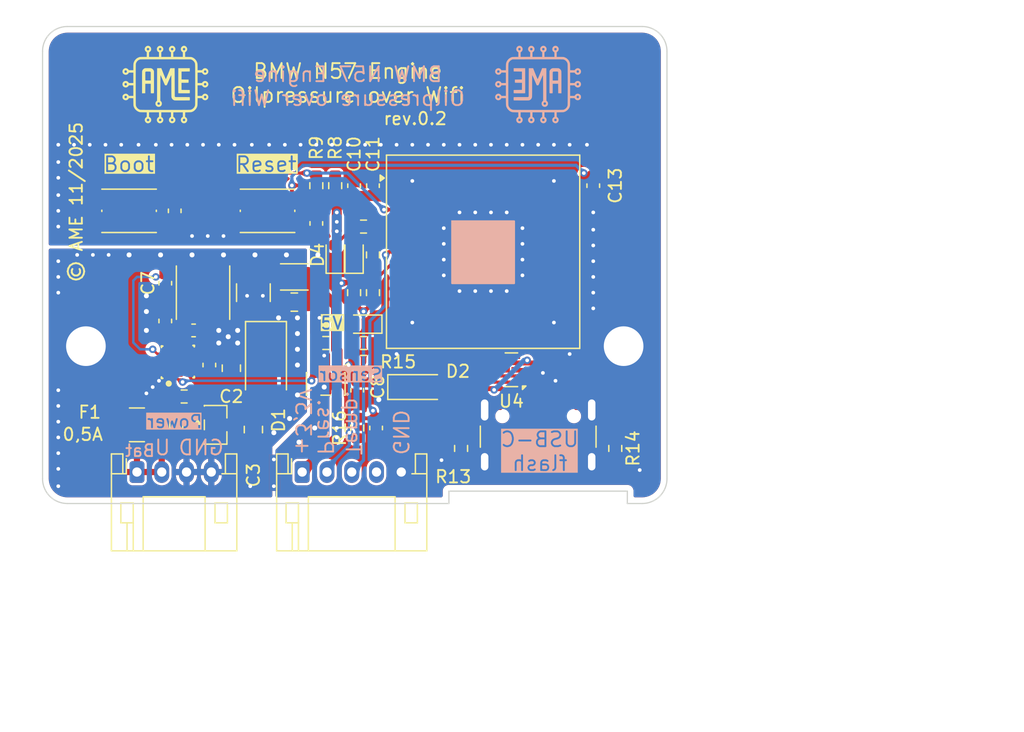
<source format=kicad_pcb>
(kicad_pcb (version 20241229) (generator "pcbnew") (generator_version "9.0")
  (title_block (title "N57 Oeldrucksensor over WiFi") (date "2025-11-10") (rev "rev 0.2") (comment 1 "Kleineingkeiten geändert 28.11.2025"))
  (layers (0 "F.Cu" signal) (2 "B.Cu" signal) (13 "F.Paste" user) (15 "B.Paste" user) (5 "F.SilkS" user "F.Silkscreen") (7 "B.SilkS" user "B.Silkscreen") (1 "F.Mask" user) (3 "B.Mask" user) (25 "Edge.Cuts" user))
  (net 0 "")
  (net 1 "+VIN_PROT")
  (net 2 "GND")
  (net 3 "/+5V_RAW")
  (net 4 "+5V")
  (net 5 "+3.3V")
  (net 6 "/ESP32/PRES_ADC")
  (net 7 "/ESP32/EN")
  (net 8 "/ESP32/USB_D+")
  (net 9 "VBUS")
  (net 10 "/ESP32/USB_D-")
  (net 11 "Net-(D4-A)")
  (net 12 "/ESP32/IO2")
  (net 13 "/ESP32/IO3")
  (net 14 "Net-(Q1-S)")
  (net 15 "/UBAT")
  (net 16 "PRES_SENSE")
  (net 17 "TEMP_DQ")
  (net 21 "Net-(J3-CC1)")
  (net 22 "Net-(J3-CC2)")
  (net 23 "Net-(Q1-G)")
  (net 24 "/PGOOD")
  (net 25 "Net-(U3-IO5)")
  (net 26 "/ESP32/pgm")
  (net 60 "Net-(D5-A)")
  (net 61 "Net-(U1-VCC)")
  (net 62 "Net-(U1-SW)")
  (net 63 "Net-(U1-BOOT)")
  (net 66 "Net-(D3-A)")
  (footprint "Capacitor_SMD:C_0603_1608Metric" (layer "F.Cu") (at 141.986 109.22 -90)
    (property "Reference" "C7")
    (property "Value" "100nF")
  )
  (footprint "Resistor_SMD:R_0603_1608Metric" (layer "F.Cu") (at 158.75 109.982 -90)
    (property "Reference" "R7" (hide yes))
    (property "Value" "100")
  )
  (footprint "Resistor_SMD:R_0603_1608Metric" (layer "F.Cu") (at 157.48 120.904 90)
    (property "Reference" "R16")
    (property "Value" "10K")
  )
  (footprint "MountingHole:MountingHole_3.2mm_M3_ISO7380_Pad" (layer "F.Cu") (at 135.58 114.3)
    (property "Reference" "H1" (hide yes))
    (property "Value" "MountingHole_Pad")
  )
  (footprint "Resistor_SMD:R_0603_1608Metric" (layer "F.Cu") (at 178.308 122.555 -90)
    (property "Reference" "R14")
    (property "Value" "5K11")
  )
  (footprint "Package_DFN_QFN:Diodes_UDFN-10_1.0x2.5mm_P0.5mm" (layer "F.Cu") (at 169.926 116.205 180)
    (property "Reference" "U4")
    (property "Value" "D3V3XA4B10LP")
  )
  (footprint "Fuse:Fuse_1210_3225Metric" (layer "F.Cu") (at 139.7 120.65 180)
    (property "Reference" "F1")
    (property "Value" "1210L050/30WR")
  )
  (footprint "Capacitor_SMD:C_0603_1608Metric" (layer "F.Cu") (at 176.53 101.346 90)
    (property "Reference" "C13")
    (property "Value" "100nF")
  )
  (footprint "Resistor_SMD:R_0603_1608Metric" (layer "F.Cu") (at 154.94 114.046 180)
    (property "Reference" "R2" (hide yes))
    (property "Value" "10K")
  )
  (footprint "Connector_JST:JST_PH_S4B-PH-K_1x04_P2.00mm_Horizontal" (layer "F.Cu") (at 139.7 124.46)
    (property "Reference" "J1" (hide yes))
    (property "Value" "Power")
  )
  (footprint "LED_SMD:LED_0603_1608Metric" (layer "F.Cu") (at 157.988 112.522 180)
    (property "Reference" "D3" (hide yes))
    (property "Value" "LED grün 5mA")
  )
  (footprint "Connector_USB:USB_C_Receptacle_GCT_USB4105-xx-A_16P_TopMnt_Horizontal" (layer "F.Cu") (at 172.085 122.555)
    (property "Reference" "J3" (hide yes))
    (property "Value" "GCT_USB4105")
  )
  (footprint "Resistor_SMD:R_0603_1608Metric" (layer "F.Cu") (at 155.702 101.346 90)
    (property "Reference" "R8")
    (property "Value" "10K")
  )
  (footprint "Diode_SMD:D_SOD-123" (layer "F.Cu") (at 162.306 117.602)
    (property "Reference" "D2")
    (property "Value" "STPS140ZY")
  )
  (footprint "MountingHole:MountingHole_3.2mm_M3_ISO7380_Pad" (layer "F.Cu") (at 178.98 114.3)
    (property "Reference" "H2" (hide yes))
    (property "Value" "MountingHole_Pad")
  )
  (footprint "Resistor_SMD:R_0603_1608Metric" (layer "F.Cu") (at 165.862 122.555 -90)
    (property "Reference" "R13")
    (property "Value" "5K11")
  )
  (footprint "Capacitor_SMD:C_0805_2012Metric" (layer "F.Cu") (at 149.098 121.031 -90)
    (property "Reference" "C3")
    (property "Value" "4,7uF/25V")
  )
  (footprint "Resistor_SMD:R_0603_1608Metric" (layer "F.Cu") (at 143.51 118.364 180)
    (property "Reference" "R5" (hide yes))
    (property "Value" "100K")
  )
  (footprint "myCoil:L_Coilcraft_XxL4040" (layer "F.Cu") (at 145.034 109.982 90)
    (property "Reference" "L1" (hide yes))
    (property "Value" "2.2µH")
  )
  (footprint "Resistor_SMD:R_0603_1608Metric" (layer "F.Cu") (at 157.988 114.046 180)
    (property "Reference" "R10" (hide yes))
    (property "Value" "620")
  )
  (footprint "Capacitor_SMD:C_0603_1608Metric" (layer "F.Cu") (at 159.004 120.904 -90)
    (property "Reference" "C15" (hide yes))
    (property "Value" "100nF")
  )
  (footprint "LED_SMD:LED_0603_1608Metric" (layer "F.Cu") (at 155.702 106.934 90)
    (property "Reference" "D4")
    (property "Value" "LED blue 5mA")
  )
  (footprint "Package_TO_SOT_SMD:SOT-23-3" (layer "F.Cu") (at 146.05 120.65)
    (property "Reference" "Q1" (hide yes))
    (property "Value" "PJA3441")
  )
  (footprint "LED_SMD:LED_0603_1608Metric" (layer "F.Cu") (at 157.226 106.934 90)
    (property "Reference" "D5" (hide yes))
    (property "Value" "LED yellow 5mA")
  )
  (footprint "Resistor_SMD:R_0603_1608Metric" (layer "F.Cu") (at 157.988 115.57)
    (property "Reference" "R15")
    (property "Value" "220")
  )
  (footprint "Capacitor_SMD:C_0805_2012Metric" (layer "F.Cu") (at 152.4 110.744 180)
    (property "Reference" "C9" (hide yes))
    (property "Value" "10uF / 10V")
  )
  (footprint "Capacitor_SMD:C_0603_1608Metric" (layer "F.Cu") (at 141.986 112.268 -90)
    (property "Reference" "C5" (hide yes))
    (property "Value" "1μF/16V")
  )
  (footprint "Resistor_SMD:R_0603_1608Metric" (layer "F.Cu") (at 158.75 106.934 -90)
    (property "Reference" "R12" (hide yes))
    (property "Value" "620")
  )
  (footprint "Capacitor_SMD:C_0603_1608Metric" (layer "F.Cu") (at 142.748 103.378 90)
    (property "Reference" "C14" (hide yes))
    (property "Value" "100nF")
  )
  (footprint "myFoodprints:LMR43610" (layer "F.Cu") (at 143.002 115.57 90)
    (property "Reference" "U1" (hide yes))
    (property "Value" "LMR43610MSC5RPERQ1")
  )
  (footprint "Connector_JST:JST_PH_S5B-PH-K_1x05_P2.00mm_Horizontal" (layer "F.Cu") (at 153.035 124.46)
    (property "Reference" "J2" (hide yes))
    (property "Value" "Sensor")
  )
  (footprint "Capacitor_SMD:C_0603_1608Metric" (layer "F.Cu") (at 158.75 101.346 90)
    (property "Reference" "C11")
    (property "Value" "100nF")
  )
  (footprint "Resistor_SMD:R_0603_1608Metric" (layer "F.Cu") (at 157.226 109.982 -90)
    (property "Reference" "R6" (hide yes))
    (property "Value" "4K7")
  )
  (footprint "Capacitor_SMD:C_0603_1608Metric" (layer "F.Cu") (at 157.48 117.856 -90)
    (property "Reference" "C8")
    (property "Value" "100nF")
  )
  (footprint "myFoodprints:SW_Push_1P1T_NO_Vertical_Wuerth_434133025816" (layer "F.Cu") (at 150.241 103.378 180)
    (property "Reference" "reset1" (hide yes))
    (property "Value" "SW1")
  )
  (footprint "Diode_SMD:D_SMA" (layer "F.Cu") (at 150.114 115.824 -90)
    (property "Reference" "D1")
    (property "Value" "SMAJ16CA")
  )
  (footprint "Resistor_SMD:R_0603_1608Metric" (layer "F.Cu") (at 157.988 104.648 180)
    (property "Reference" "R11" (hide yes))
    (property "Value" "470")
  )
  (footprint "Inductor_SMD:L_Eaton_MCL2012V1" (layer "F.Cu") (at 152.4 108.712)
    (property "Reference" "FB1" (hide yes))
    (property "Value" "0H 8mOHM 5A 782853200")
  )
  (footprint "Resistor_SMD:R_0603_1608Metric" (layer "F.Cu") (at 154.178 101.346 90)
    (property "Reference" "R9")
    (property "Value" "10K")
  )
  (footprint "myFoodprints:SW_Push_1P1T_NO_Vertical_Wuerth_434133025816" (layer "F.Cu") (at 139.065 103.378 180)
    (property "Reference" "Programm1" (hide yes))
    (property "Value" "SW2")
  )
  (footprint "Capacitor_SMD:C_1210_3225Metric" (layer "F.Cu") (at 149.098 109.982 -90)
    (property "Reference" "C6" (hide yes))
    (property "Value" "47µF/16V")
  )
  (footprint "ESP32 S3 Mini:ESP32-S2-MINI-1U" (layer "F.Cu") (at 167.64 106.68)
    (property "Reference" "U3" (hide yes))
    (property "Value" "ESP32-S3-MINI-1U-N4R2")
  )
  (footprint "Capacitor_SMD:C_0603_1608Metric" (layer "F.Cu") (at 144.272 113.03)
    (property "Reference" "C1" (hide yes))
    (property "Value" "100nF")
  )
  (footprint "AME-Logo:AME_logo_3_10mm" (layer "F.Cu") (at 141.986 93.218)
    (property "Reference" "G***" (hide yes))
    (property "Value" "LOGO" (hide yes))
  )
  (footprint "Capacitor_SMD:C_0603_1608Metric" (layer "F.Cu") (at 145.542 115.824 -90)
    (property "Reference" "C4" (hide yes))
    (property "Value" "100nF")
  )
  (footprint "Package_TO_SOT_SMD:SOT-23-5" (layer "F.Cu") (at 154.94 117.348 -90)
    (property "Reference" "U2" (hide yes))
    (property "Value" "AP7365-33WG-7")
  )
  (footprint "Capacitor_SMD:C_0805_2012Metric" (layer "F.Cu") (at 147.32 116.078 90)
    (property "Reference" "C2")
    (property "Value" "4,7uF/25V")
  )
  (footprint "Resistor_SMD:R_0603_1608Metric" (layer "F.Cu") (at 142.875 120.65 90)
    (property "Reference" "R3" (hide yes))
    (property "Value" "100K")
  )
  (footprint "Capacitor_SMD:C_0603_1608Metric" (layer "F.Cu") (at 154.178 104.394 90)
    (property "Reference" "C12" (hide yes))
    (property "Value" "1μF/16V")
  )
  (footprint "Capacitor_SMD:C_0603_1608Metric" (layer "F.Cu") (at 157.226 101.346 -90)
    (property "Reference" "C10")
    (property "Value" "22uF/10V")
  )
  (footprint "AME-Logo:AME_logo_3_10mm" (layer "B.Cu") (at 172.085 93.218 180)
    (property "Reference" "G***" (hide yes))
    (property "Value" "LOGO" (hide yes))
  )
  (gr_rect (start 165.14 104.22) (end 170.14 109.22) (stroke (width 0.153)) (fill yes) (layer "B.SilkS"))
  (gr_arc (start 182.48 125) (mid 181.894214 126.414214) (end 180.48 127) (stroke (width 0.1)) (layer "Edge.Cuts"))
  (gr_arc (start 132.08 90.5) (mid 132.665786 89.085786) (end 134.08 88.5) (stroke (width 0.1)) (layer "Edge.Cuts"))
  (gr_line (start 134.08 88.5) (end 180.48 88.5) (stroke (width 0.1)) (layer "Edge.Cuts"))
  (gr_line (start 179.28 127) (end 180.48 127) (stroke (width 0.1)) (layer "Edge.Cuts"))
  (gr_line (start 132.08 125) (end 132.08 90.5) (stroke (width 0.1)) (layer "Edge.Cuts"))
  (gr_arc (start 134.08 127) (mid 132.665786 126.414214) (end 132.08 125) (stroke (width 0.1)) (layer "Edge.Cuts"))
  (gr_line (start 164.88 126) (end 179.28 126) (stroke (width 0.1)) (layer "Edge.Cuts"))
  (gr_line (start 164.88 127) (end 164.88 126) (stroke (width 0.1)) (layer "Edge.Cuts"))
  (gr_line (start 164.88 127) (end 134.08 127) (stroke (width 0.1)) (layer "Edge.Cuts"))
  (gr_line (start 179.28 126) (end 179.28 127) (stroke (width 0.1)) (layer "Edge.Cuts"))
  (gr_line (start 182.48 90.5) (end 182.48 125) (stroke (width 0.1)) (layer "Edge.Cuts"))
  (gr_arc (start 180.48 88.5) (mid 181.894214 89.085786) (end 182.48 90.5) (stroke (width 0.1)) (layer "Edge.Cuts"))
  (gr_text "0,5A" (at 133.604 122.01 0) (layer "F.SilkS") (effects (font (size 1 1) (thickness 0.153)) (justify left bottom)))
  (gr_text "BMW N57 Engine\nOilpressure over Wifi" (at 156.718 94.742 0) (layer "F.SilkS") (effects (font (size 1.2 1.2) (thickness 0.153)) (justify bottom)))
  (gr_text "Boot" (at 136.906 100.33 0) (layer "F.SilkS" knockout) (effects (font (size 1.2 1.2) (thickness 0.153)) (justify left bottom)))
  (gr_text "rev.0.2" (at 159.512 96.52 0) (layer "F.SilkS") (effects (font (size 1 1) (thickness 0.153)) (justify left bottom)))
  (gr_text "© AME 11/2025" (at 135.382 109.22 90) (layer "F.SilkS") (effects (font (size 1 1) (thickness 0.153)) (justify left bottom)))
  (gr_text "Reset" (at 147.574 100.33 0) (layer "F.SilkS" knockout) (effects (font (size 1.2 1.2) (thickness 0.153)) (justify left bottom)))
  (gr_text "5V" (at 154.432 113.03 0) (layer "F.SilkS" knockout) (effects (font (size 1 1) (thickness 0.153)) (justify left bottom)))
  (gr_text "U_{Bat}	" (at 142.494 123.19 0) (layer "B.SilkS") (effects (font (size 1.2 1.2) (thickness 0.153)) (justify left bottom mirror)))
  (gr_text "GND\n" (at 146.812 123.19 0) (layer "B.SilkS") (effects (font (size 1.2 1.2) (thickness 0.153)) (justify left bottom mirror)))
  (gr_text "Temp." (at 156.464 123.19 270) (layer "B.SilkS") (effects (font (size 1.2 1.2) (thickness 0.153)) (justify left bottom mirror)))
  (gr_text "BMW N57 Engine\nOilpressure over Wifi" (at 156.718 94.996 0) (layer "B.SilkS") (effects (font (size 1.2 1.2) (thickness 0.153)) (justify bottom mirror)))
  (gr_text "+3,3V" (at 152.4 123.19 270) (layer "B.SilkS") (effects (font (size 1.2 1.2) (thickness 0.153)) (justify left bottom mirror)))
  (gr_text "Pres." (at 154.178 123.19 270) (layer "B.SilkS") (effects (font (size 1.2 1.2) (thickness 0.153)) (justify left bottom mirror)))
  (gr_text "USB-C\nflash" (at 172.212 124.46 0) (layer "B.SilkS" knockout) (effects (font (size 1.2 1.2) (thickness 0.153)) (justify bottom mirror)))
  (gr_text "GND\n" (at 160.274 123.19 270) (layer "B.SilkS") (effects (font (size 1.2 1.2) (thickness 0.153)) (justify left bottom mirror)))
  (segment (start 143.74 116.42) (end 143.328001 116.42) (width 0.2) (layer "F.Cu") (net 1))
  (segment (start 143.915 116.245) (end 143.74 116.42) (width 0.2) (layer "F.Cu") (net 1))
  (segment (start 143.328001 116.42) (end 143.278 116.470001) (width 0.2) (layer "F.Cu") (net 1))
  (via (at 133.35 108.712) (size 0.6) (drill 0.3) (layers "F.Cu" "B.Cu") (net 2))
  (via (at 167.005 103.505) (size 0.6) (drill 0.3) (layers "F.Cu" "B.Cu") (net 2))
  (via (at 133.35 100.711) (size 0.6) (drill 0.3) (layers "F.Cu" "B.Cu") (net 2))
  (via (at 150.749 121.285) (size 0.8) (drill 0.4) (layers "F.Cu" "B.Cu") (net 2))
  (via (at 141.478 117.094) (size 0.6) (drill 0.3) (layers "F.Cu" "B.Cu") (net 2))
  (via (at 152.654 112.014) (size 0.8) (drill 0.4) (layers "F.Cu" "B.Cu") (net 2))
  (via (at 169.545 103.505) (size 0.6) (drill 0.3) (layers "F.Cu" "B.Cu") (net 2))
  (via (at 146.304 98.044) (size 0.6) (drill 0.3) (layers "F.Cu" "B.Cu") (net 2))
  (via (at 134.874 106.934) (size 0.6) (drill 0.3) (layers "F.Cu" "B.Cu") (net 2))
  (via (at 145.415 105.41) (size 0.6) (drill 0.3) (layers "F.Cu" "B.Cu") (net 2))
  (via (at 133.35 124.206) (size 0.6) (drill 0.3) (layers "F.Cu" "B.Cu") (net 2))
  (via (at 141.605 106.934) (size 0.8) (drill 0.4) (layers "F.Cu" "B.Cu") (net 2))
  (via (at 173.355 98.044) (size 0.6) (drill 0.3) (layers "F.Cu" "B.Cu") (net 2))
  (via (at 164.465 104.775) (size 0.6) (drill 0.3) (layers "F.Cu" "B.Cu") (net 2))
  (via (at 164.465 108.585) (size 0.6) (drill 0.3) (layers "F.Cu" "B.Cu") (net 2))
  (via (at 146.685 105.41) (size 0.6) (drill 0.3) (layers "F.Cu" "B.Cu") (net 2))
  (via (at 172.085 98.044) (size 0.6) (drill 0.3) (layers "F.Cu" "B.Cu") (net 2))
  (via (at 147.828 113.03) (size 0.8) (drill 0.4) (layers "F.Cu" "B.Cu") (net 2))
  (via (at 141.224 98.044) (size 0.6) (drill 0.3) (layers "F.Cu" "B.Cu") (net 2))
  (via (at 147.066 113.538) (size 0.8) (drill 0.4) (layers "F.Cu" "B.Cu") (net 2))
  (via (at 133.35 122.936) (size 0.6) (drill 0.3) (layers "F.Cu" "B.Cu") (net 2))
  (via (at 176.53 103.505) (size 0.6) (drill 0.3) (layers "F.Cu" "B.Cu") (net 2))
  (via (at 154.432 112.014) (size 0.6) (drill 0.3) (layers "F.Cu" "B.Cu") (net 2))
  (via (at 170.815 98.044) (size 0.6) (drill 0.3) (layers "F.Cu" "B.Cu") (net 2))
  (via (at 133.35 104.648) (size 0.6) (drill 0.3) (layers "F.Cu" "B.Cu") (net 2))
  (via (at 148.844 125.603) (size 0.6) (drill 0.3) (layers "F.Cu" "B.Cu") (net 2))
  (via (at 169.545 109.855) (size 0.6) (drill 0.3) (layers "F.Cu" "B.Cu") (net 2))
  (via (at 133.35 98.044) (size 0.6) (drill 0.3) (layers "F.Cu" "B.Cu") (net 2))
  (via (at 139.065 106.934) (size 0.8) (drill 0.4) (layers "F.Cu" "B.Cu") (net 2))
  (via (at 133.35 120.396) (size 0.6) (drill 0.3) (layers "F.Cu" "B.Cu") (net 2))
  (via (at 170.815 106.045) (size 0.6) (drill 0.3) (layers "F.Cu" "B.Cu") (net 2))
  (via (at 170.815 107.315) (size 0.6) (drill 0.3) (layers "F.Cu" "B.Cu") (net 2))
  (via (at 135.89 98.044) (size 0.6) (drill 0.3) (layers "F.Cu" "B.Cu") (net 2))
  (via (at 150.749 125.603) (size 0.6) (drill 0.3) (layers "F.Cu" "B.Cu") (net 2))
  (via (at 148.59 110.236) (size 0.6) (drill 0.3) (layers "F.Cu" "B.Cu") (net 2))
  (via (at 158.115 98.044) (size 0.6) (drill 0.3) (layers "F.Cu" "B.Cu") (net 2))
  (via (at 176.53 111.252) (size 0.6) (drill 0.3) (layers "F.Cu" "B.Cu") (net 2))
  (via (at 151.765 106.934) (size 0.8) (drill 0.4) (layers "F.Cu" "B.Cu") (net 2))
  (via (at 168.275 103.505) (size 0.6) (drill 0.3) (layers "F.Cu" "B.Cu") (net 2))
  (via (at 173.355 100.965) (size 0.6) (drill 0.3) (layers "F.Cu" "B.Cu") (net 2))
  (via (at 146.685 106.934) (size 0.8) (drill 0.4) (layers "F.Cu" "B.Cu") (net 2))
  (via (at 151.13 112.014) (size 0.8) (drill 0.4) (layers "F.Cu" "B.Cu") (net 2))
  (via (at 164.465 106.045) (size 0.6) (drill 0.3) (layers "F.Cu" "B.Cu") (net 2))
  (via (at 167.005 109.855) (size 0.6) (drill 0.3) (layers "F.Cu" "B.Cu") (net 2))
  (via (at 164.465 98.044) (size 0.6) (drill 0.3) (layers "F.Cu" "B.Cu") (net 2))
  (via (at 167.005 98.044) (size 0.6) (drill 0.3) (layers "F.Cu" "B.Cu") (net 2))
  (via (at 180.28 124.3) (size 0.6) (drill 0.3) (layers "F.Cu" "B.Cu") (net 2))
  (via (at 155.448 98.044) (size 0.6) (drill 0.3) (layers "F.Cu" "B.Cu") (net 2))
  (via (at 146.304 114.046) (size 0.8) (drill 0.4) (layers "F.Cu" "B.Cu") (net 2))
  (via (at 133.35 125.603) (size 0.6) (drill 0.3) (layers "F.Cu" "B.Cu") (net 2))
  (via (at 142.494 98.044) (size 0.6) (drill 0.3) (layers "F.Cu" "B.Cu") (net 2))
  (via (at 170.815 104.775) (size 0.6) (drill 0.3) (layers "F.Cu" "B.Cu") (net 2))
  (via (at 176.53 109.982) (size 0.6) (drill 0.3) (layers "F.Cu" "B.Cu") (net 2))
  (via (at 154.813 115.062) (size 0.6) (drill 0.3) (layers "F.Cu" "B.Cu") (net 2))
  (via (at 176.53 104.902) (size 0.6) (drill 0.3) (layers "F.Cu" "B.Cu") (net 2))
  (via (at 148.971 98.044) (size 0.6) (drill 0.3) (layers "F.Cu" "B.Cu") (net 2))
  (via (at 145.034 98.044) (size 0.6) (drill 0.3) (layers "F.Cu" "B.Cu") (net 2))
  (via (at 144.145 106.934) (size 0.8) (drill 0.4) (layers "F.Cu" "B.Cu") (net 2))
  (via (at 159.221 118.618) (size 0.8) (drill 0.4) (layers "F.Cu" "B.Cu") (net 2))
  (via (at 152.654 115.824) (size 0.8) (drill 0.4) (layers "F.Cu" "B.Cu") (net 2))
  (via (at 152.654 113.284) (size 0.8) (drill 0.4) (layers "F.Cu" "B.Cu") (net 2))
  (via (at 133.35 121.666) (size 0.6) (drill 0.3) (layers "F.Cu" "B.Cu") (net 2))
  (via (at 169.545 98.044) (size 0.6) (drill 0.3) (layers "F.Cu" "B.Cu") (net 2))
  (via (at 140.462 110.236) (size 0.8) (drill 0.4) (layers "F.Cu" "B.Cu") (net 2))
  (via (at 168.275 109.855) (size 0.6) (drill 0.3) (layers "F.Cu" "B.Cu") (net 2))
  (via (at 140.97 117.602) (size 0.6) (drill 0.3) (layers "F.Cu" "B.Cu") (net 2))
  (via (at 172.466 116.459) (size 0.6) (drill 0.3) (layers "F.Cu" "B.Cu") (net 2))
  (via (at 137.16 98.044) (size 0.6) (drill 0.3) (layers "F.Cu" "B.Cu") (net 2))
  (via (at 149.86 110.236) (size 0.6) (drill 0.3) (layers "F.Cu" "B.Cu") (net 2))
  (via (at 159.385 98.044) (size 0.6) (drill 0.3) (layers "F.Cu" "B.Cu") (net 2))
  (via (at 156.718 98.044) (size 0.6) (drill 0.3) (layers "F.Cu" "B.Cu") (net 2))
  (via (at 160.655 98.044) (size 0.6) (drill 0.3) (layers "F.Cu" "B.Cu") (net 2))
  (via (at 137.414 106.934) (size 0.6) (drill 0.3) (layers "F.Cu" "B.Cu") (net 2))
  (via (at 154.051 120.904) (size 0.8) (drill 0.4) (layers "F.Cu" "B.Cu") (net 2))
  (via (at 133.35 107.442) (size 0.6) (drill 0.3) (layers "F.Cu" "B.Cu") (net 2))
  (via (at 150.749 123.444) (size 0.6) (drill 0.3) (layers "F.Cu" "B.Cu") (net 2))
  (via (at 161.925 98.044) (size 0.6) (drill 0.3) (layers "F.Cu" "B.Cu") (net 2))
  (via (at 168.275 98.044) (size 0.6) (drill 0.3) (layers "F.Cu" "B.Cu") (net 2))
  (via (at 140.462 111.506) (size 0.8) (drill 0.4) (layers "F.Cu" "B.Cu") (net 2))
  (via (at 138.43 98.044) (size 0.6) (drill 0.3) (layers "F.Cu" "B.Cu") (net 2))
  (via (at 143.764 98.044) (size 0.6) (drill 0.3) (layers "F.Cu" "B.Cu") (net 2))
  (via (at 144.145 105.41) (size 0.6) (drill 0.3) (layers "F.Cu" "B.Cu") (net 2))
  (via (at 133.35 119.126) (size 0.6) (drill 0.3) (layers "F.Cu" "B.Cu") (net 2))
  (via (at 170.815 108.585) (size 0.6) (drill 0.3) (layers "F.Cu" "B.Cu") (net 2))
  (via (at 152.019 120.142) (size 0.8) (drill 0.4) (layers "F.Cu" "B.Cu") (net 2))
  (via (at 164.28 123.5) (size 0.6) (drill 0.3) (layers "F.Cu" "B.Cu") (net 2))
  (via (at 147.828 114.046) (size 0.8) (drill 0.4) (layers "F.Cu" "B.Cu") (net 2))
  (via (at 136.144 106.934) (size 0.6) (drill 0.3) (layers "F.Cu" "B.Cu") (net 2))
  (via (at 139.827 98.044) (size 0.6) (drill 0.3) (layers "F.Cu" "B.Cu") (net 2))
  (via (at 176.53 106.172) (size 0.6) (drill 0.3) (layers "F.Cu" "B.Cu") (net 2))
  (via (at 133.35 109.982) (size 0.6) (drill 0.3) (layers "F.Cu" "B.Cu") (net 2))
  (via (at 163.195 98.044) (size 0.6) (drill 0.3) (layers "F.Cu" "B.Cu") (net 2))
  (via (at 161.925 112.395) (size 0.6) (drill 0.3) (layers "F.Cu" "B.Cu") (net 2))
  (via (at 164.465 107.315) (size 0.6) (drill 0.3) (layers "F.Cu" "B.Cu") (net 2))
  (via (at 133.35 102.108) (size 0.6) (drill 0.3) (layers "F.Cu" "B.Cu") (net 2))
  (via (at 147.574 98.044) (size 0.6) (drill 0.3) (layers "F.Cu" "B.Cu") (net 2))
  (via (at 152.654 118.237) (size 0.8) (drill 0.4) (layers "F.Cu" "B.Cu") (net 2))
  (via (at 152.908 98.044) (size 0.6) (drill 0.3) (layers "F.Cu" "B.Cu") (net 2))
  (via (at 154.178 98.044) (size 0.6) (drill 0.3) (layers "F.Cu" "B.Cu") (net 2))
  (via (at 140.462 113.03) (size 0.8) (drill 0.4) (layers "F.Cu" "B.Cu") (net 2))
  (via (at 133.35 117.856) (size 0.6) (drill 0.3) (layers "F.Cu" "B.Cu") (net 2))
  (via (at 150.368 98.044) (size 0.6) (drill 0.3) (layers "F.Cu" "B.Cu") (net 2))
  (via (at 134.62 98.044) (size 0.6) (drill 0.3) (layers "F.Cu" "B.Cu") (net 2))
  (via (at 152.654 114.554) (size 0.8) (drill 0.4) (layers "F.Cu" "B.Cu") (net 2))
  (via (at 140.462 118.11) (size 0.6) (drill 0.3) (layers "F.Cu" "B.Cu") (net 2))
  (via (at 133.35 99.441) (size 0.6) (drill 0.3) (layers "F.Cu" "B.Cu") (net 2))
  (via (at 174.625 114.935) (size 0.6) (drill 0.3) (layers "F.Cu" "B.Cu") (net 2))
  (via (at 165.735 98.044) (size 0.6) (drill 0.3) (layers "F.Cu" "B.Cu") (net 2))
  (via (at 173.482 117.094) (size 0.6) (drill 0.3) (layers "F.Cu" "B.Cu") (net 2))
  (via (at 176.022 98.044) (size 0.6) (drill 0.3) (layers "F.Cu" "B.Cu") (net 2))
  (via (at 160.655 114.935) (size 0.6) (drill 0.3) (layers "F.Cu" "B.Cu") (net 2))
  (via (at 154.813 117.602) (size 0.8) (drill 0.4) (layers "F.Cu" "B.Cu") (net 2))
  (via (at 152.781 122.047) (size 0.8) (drill 0.4) (layers "F.Cu" "B.Cu") (net 2))
  (via (at 176.53 108.712) (size 0.6) (drill 0.3) (layers "F.Cu" "B.Cu") (net 2))
  (via (at 161.925 100.965) (size 0.6) (drill 0.3) (layers "F.Cu" "B.Cu") (net 2))
  (via (at 133.35 103.378) (size 0.6) (drill 0.3) (layers "F.Cu" "B.Cu") (net 2))
  (via (at 165.735 103.505) (size 0.6) (drill 0.3) (layers "F.Cu" "B.Cu") (net 2))
  (via (at 173.355 112.395) (size 0.6) (drill 0.3) (layers "F.Cu" "B.Cu") (net 2))
  (via (at 174.625 98.044) (size 0.6) (drill 0.3) (layers "F.Cu" "B.Cu") (net 2))
  (via (at 176.53 107.442) (size 0.6) (drill 0.3) (layers "F.Cu" "B.Cu") (net 2))
  (via (at 151.638 98.044) (size 0.6) (drill 0.3) (layers "F.Cu" "B.Cu") (net 2))
  (via (at 154.305 106.934) (size 0.8) (drill 0.4) (layers "F.Cu" "B.Cu") (net 2))
  (via (at 165.735 109.855) (size 0.6) (drill 0.3) (layers "F.Cu" "B.Cu") (net 2))
  (via (at 149.225 106.934) (size 0.8) (drill 0.4) (layers "F.Cu" "B.Cu") (net 2))
  (via (at 146.304 113.03) (size 0.8) (drill 0.4) (layers "F.Cu" "B.Cu") (net 2))
  (segment (start 141.719 108.712) (end 141.986 108.445) (width 0.2) (layer "F.Cu") (net 3))
  (segment (start 145.034 108.797) (end 151.515 108.797) (width 0.6) (layer "F.Cu") (net 3))
  (segment (start 141.336 114.92) (end 142.0895 114.92) (width 0.2) (layer "F.Cu") (net 3))
  (segment (start 140.97 114.554) (end 141.336 114.92) (width 0.2) (layer "F.Cu") (net 3))
  (segment (start 142.875 108.966) (end 144.865 108.966) (width 0.6) (layer "F.Cu") (net 3))
  (segment (start 142.875 108.966) (end 142.507 108.966) (width 0.6) (layer "F.Cu") (net 3))
  (segment (start 141.224 108.712) (end 141.719 108.712) (width 0.2) (layer "F.Cu") (net 3))
  (segment (start 142.507 108.966) (end 141.986 108.445) (width 0.6) (layer "F.Cu") (net 3))
  (via (at 140.97 114.554) (size 0.6) (drill 0.3) (layers "F.Cu" "B.Cu") (net 3))
  (via (at 141.224 108.712) (size 0.6) (drill 0.3) (layers "F.Cu" "B.Cu") (net 3))
  (segment (start 139.407 109.005) (end 139.7 108.712) (width 0.2) (layer "B.Cu") (net 3))
  (segment (start 139.407 114.007) (end 139.407 109.005) (width 0.2) (layer "B.Cu") (net 3))
  (segment (start 140.97 114.554) (end 139.954 114.554) (width 0.2) (layer "B.Cu") (net 3))
  (segment (start 139.7 108.712) (end 141.224 108.712) (width 0.2) (layer "B.Cu") (net 3))
  (segment (start 139.954 114.554) (end 139.407 114.007) (width 0.2) (layer "B.Cu") (net 3))
  (segment (start 153.35 110.744) (end 153.35 109.982) (width 1) (layer "F.Cu") (net 4))
  (segment (start 154.686 109.982) (end 153.35 109.982) (width 0.8) (layer "F.Cu") (net 4))
  (segment (start 155.765 114.046) (end 155.765 111.061) (width 0.8) (layer "F.Cu") (net 4))
  (segment (start 153.35 108.862) (end 153.2 108.712) (width 1) (layer "F.Cu") (net 4))
  (segment (start 156.416793 116.725) (end 156.277793 116.586) (width 0.8) (layer "F.Cu") (net 4))
  (segment (start 156.2655 116.586) (end 155.89 116.2105) (width 0.8) (layer "F.Cu") (net 4))
  (segment (start 159.512 117.222) (end 157.621 117.222) (width 0.8) (layer "F.Cu") (net 4))
  (segment (start 155.765 114.554) (end 155.765 114.046) (width 0.8) (layer "F.Cu") (net 4))
  (segment (start 157.48 117.081) (end 159.371 117.081) (width 0.4) (layer "F.Cu") (net 4))
  (segment (start 153.35 109.982) (end 153.35 108.862) (width 1) (layer "F.Cu") (net 4))
  (segment (start 159.892 117.602) (end 160.656 117.602) (width 0.8) (layer "F.Cu") (net 4))
  (segment (start 156.277793 116.586) (end 156.2655 116.586) (width 0.8) (layer "F.Cu") (net 4))
  (segment (start 157.48 117.081) (end 157.34 117.081) (width 0.8) (layer "F.Cu") (net 4))
  (segment (start 158.813 115.748) (end 157.48 117.081) (width 0.4) (layer "F.Cu") (net 4))
  (segment (start 155.765 111.061) (end 154.686 109.982) (width 0.8) (layer "F.Cu") (net 4))
  (segment (start 158.813 115.57) (end 158.813 114.046) (width 0.4) (layer "F.Cu") (net 4))
  (segment (start 157.621 117.222) (end 157.48 117.081) (width 0.8) (layer "F.Cu") (net 4))
  (segment (start 156.984 116.725) (end 156.416793 116.725) (width 0.8) (layer "F.Cu") (net 4))
  (segment (start 159.512 117.222) (end 159.892 117.602) (width 0.8) (layer "F.Cu") (net 4))
  (segment (start 155.89 116.2105) (end 155.89 114.679) (width 0.8) (layer "F.Cu") (net 4))
  (segment (start 155.89 114.679) (end 155.765 114.554) (width 0.8) (layer "F.Cu") (net 4))
  (segment (start 157.34 117.081) (end 156.984 116.725) (width 0.8) (layer "F.Cu") (net 4))
  (segment (start 155.829 121.666) (end 153.035 124.46) (width 0.8) (layer "F.Cu") (net 5))
  (segment (start 155.829 103.124) (end 155.829 104.99278) (width 0.8) (layer "F.Cu") (net 5))
  (segment (start 155.829 103.124) (end 154.876 102.171) (width 0.8) (layer "F.Cu") (net 5))
  (segment (start 157.226 109.157) (end 156.273 109.157) (width 0.4) (layer "F.Cu") (net 5))
  (segment (start 159.059 102.43) (end 158.75 102.121) (width 0.4) (layer "F.Cu") (net 5))
  (segment (start 155.829 121.666) (end 155.829 120.142) (width 0.8) (layer "F.Cu") (net 5))
  (segment (start 160.64 102.43) (end 159.059 102.43) (width 0.4) (layer "F.Cu") (net 5))
  (segment (start 156.718 102.235) (end 156.718 102.171) (width 0.8) (layer "F.Cu") (net 5))
  (segment (start 156.718 102.171) (end 158.7 102.171) (width 0.8) (layer "F.Cu") (net 5))
  (segment (start 154.876 102.171) (end 156.718 102.171) (width 0.8) (layer "F.Cu") (net 5))
  (segment (start 155.829 103.124) (end 156.718 102.235) (width 0.8) (layer "F.Cu") (net 5))
  (segment (start 154.178 102.171) (end 154.876 102.171) (width 0.8) (layer "F.Cu") (net 5))
  (segment (start 156.273 109.157) (end 156.21 109.22) (width 0.25) (layer "F.Cu") (net 5))
  (segment (start 155.829 120.142) (end 155.829 118.5465) (width 0.8) (layer "F.Cu") (net 5))
  (segment (start 155.829 104.99278) (end 155.81089 105.01089) (width 0.8) (layer "F.Cu") (net 5))
  (via (at 156.21 109.22) (size 0.6) (drill 0.3) (layers "F.Cu" "B.Cu") (net 5))
  (via (at 155.829 105.029) (size 0.6) (drill 0.3) (layers "F.Cu" "B.Cu") (net 5))
  (via (at 155.829 103.505) (size 0.6) (drill 0.3) (layers "F.Cu" "B.Cu") (net 5))
  (via (at 155.829 104.267) (size 0.6) (drill 0.3) (layers "F.Cu" "B.Cu") (net 5))
  (via (at 155.829 121.666) (size 0.6) (drill 0.3) (layers "F.Cu" "B.Cu") (net 5))
  (via (at 155.829 120.904) (size 0.6) (drill 0.3) (layers "F.Cu" "B.Cu") (net 5))
  (via (at 155.829 120.142) (size 0.6) (drill 0.3) (layers "F.Cu" "B.Cu") (net 5))
  (segment (start 155.829 109.347) (end 155.829 120.904) (width 0.8) (layer "B.Cu") (net 5))
  (segment (start 155.829 120.904) (end 155.829 121.666) (width 0.8) (layer "B.Cu") (net 5))
  (segment (start 155.829 103.886) (end 155.829 109.347) (width 0.8) (layer "B.Cu") (net 5))
  (segment (start 159.004 120.129) (end 159.245 120.129) (width 0.25) (layer "F.Cu") (net 6))
  (segment (start 160.02 106.68) (end 159.766 106.934) (width 0.25) (layer "F.Cu") (net 6))
  (segment (start 157.53 120.129) (end 157.48 120.079) (width 0.25) (layer "F.Cu") (net 6))
  (segment (start 160.529 120.142) (end 160.656 120.015) (width 0.25) (layer "F.Cu") (net 6))
  (segment (start 159.004 119.761) (end 158.75 119.507) (width 0.25) (layer "F.Cu") (net 6))
  (segment (start 159.004 120.129) (end 159.004 119.761) (width 0.25) (layer "F.Cu") (net 6))
  (segment (start 159.004 120.129) (end 157.53 120.129) (width 0.25) (layer "F.Cu") (net 6))
  (segment (start 160.64 106.68) (end 160.02 106.68) (width 0.25) (layer "F.Cu") (net 6))
  (segment (start 159.245 120.129) (end 159.258 120.142) (width 0.25) (layer "F.Cu") (net 6))
  (segment (start 158.75 119.507) (end 158.75 119.875) (width 0.25) (layer "F.Cu") (net 6))
  (segment (start 159.258 120.142) (end 160.529 120.142) (width 0.25) (layer "F.Cu") (net 6))
  (via (at 159.766 106.934) (size 0.6) (drill 0.3) (layers "F.Cu" "B.Cu") (net 6))
  (via (at 158.75 119.507) (size 0.6) (drill 0.3) (layers "F.Cu" "B.Cu") (net 6))
  (segment (start 159.766 110.998) (end 159.766 106.934) (width 0.25) (layer "B.Cu") (net 6))
  (segment (start 158.75 119.507) (end 158.496 119.253) (width 0.25) (layer "B.Cu") (net 6))
  (segment (start 158.496 119.253) (end 158.496 112.268) (width 0.25) (layer "B.Cu") (net 6))
  (segment (start 158.496 112.268) (end 159.766 110.998) (width 0.25) (layer "B.Cu") (net 6))
  (segment (start 152.205 102.154) (end 153.67 103.619) (width 0.25) (layer "F.Cu") (net 7))
  (segment (start 155.702 100.521) (end 154.895 101.328) (width 0.25) (layer "F.Cu") (net 7))
  (segment (start 153.67 103.619) (end 154.178 103.619) (width 0.25) (layer "F.Cu") (net 7))
  (segment (start 148.191 102.303) (end 152.316 102.303) (width 0.25) (layer "F.Cu") (net 7))
  (segment (start 154.895 101.328) (end 152.205 101.328) (width 0.25) (layer "F.Cu") (net 7))
  (segment (start 175.368 100.73) (end 175.768 100.33) (width 0.25) (layer "F.Cu") (net 7))
  (segment (start 174.64 100.73) (end 175.368 100.73) (width 0.25) (layer "F.Cu") (net 7))
  (segment (start 152.205 101.328) (end 152.205 102.154) (width 0.25) (layer "F.Cu") (net 7))
  (segment (start 174.64 100.73) (end 176.371 100.73) (width 0.25) (layer "F.Cu") (net 7))
  (via (at 152.205 101.328) (size 0.6) (drill 0.3) (layers "F.Cu" "B.Cu") (net 7))
  (via (at 175.768 100.33) (size 0.6) (drill 0.3) (layers "F.Cu" "B.Cu") (net 7))
  (segment (start 153.0895 99.704) (end 175.142 99.704) (width 0.25) (layer "B.Cu") (net 7))
  (segment (start 152.205 100.5885) (end 153.0895 99.704) (width 0.25) (layer "B.Cu") (net 7))
  (segment (start 152.205 101.328) (end 152.205 100.5885) (width 0.25) (layer "B.Cu") (net 7))
  (segment (start 175.142 99.704) (end 175.768 100.33) (width 0.25) (layer "B.Cu") (net 7))
  (segment (start 172.835 119.519178) (end 172.835 118.875) (width 0.25) (layer "F.Cu") (net 8))
  (segment (start 168.747554 116.705) (end 168.315 116.272446) (width 0.25) (layer "F.Cu") (net 8))
  (segment (start 171.835 118.875) (end 171.835 119.519178) (width 0.25) (layer "F.Cu") (net 8))
  (segment (start 169.5385 116.705) (end 170.3135 116.705) (width 0.25) (layer "F.Cu") (net 8))
  (segment (start 172.835 118.01719) (end 172.835 118.875) (width 0.25) (layer "F.Cu") (net 8))
  (segment (start 172.091822 119.776) (end 172.578178 119.776) (width 0.25) (layer "F.Cu") (net 8))
  (segment (start 170.3135 116.705) (end 171.52281 116.705) (width 0.25) (layer "F.Cu") (net 8))
  (segment (start 171.811 118.51626) (end 171.811 119.495178) (width 0.25) (layer "F.Cu") (net 8))
  (segment (start 168.315 116.272446) (end 168.315 114.455001) (width 0.25) (layer "F.Cu") (net 8))
  (segment (start 172.578178 119.776) (end 172.835 119.519178) (width 0.25) (layer "F.Cu") (net 8))
  (segment (start 168.49 114.280001) (end 168.49 113.68) (width 0.25) (layer "F.Cu") (net 8))
  (segment (start 168.315 114.455001) (end 168.49 114.280001) (width 0.25) (layer "F.Cu") (net 8))
  (segment (start 171.835 119.519178) (end 172.091822 119.776) (width 0.25) (layer "F.Cu") (net 8))
  (segment (start 171.811 119.495178) (end 172.091822 119.776) (width 0.25) (layer "F.Cu") (net 8))
  (segment (start 169.5385 116.705) (end 168.747554 116.705) (width 0.25) (layer "F.Cu") (net 8))
  (segment (start 171.52281 116.705) (end 172.835 118.01719) (width 0.25) (layer "F.Cu") (net 8))
  (segment (start 173.444 115.659) (end 170.3135 115.659) (width 0.4) (layer "F.Cu") (net 9))
  (segment (start 169.685 118.300001) (end 169.685 118.875) (width 0.4) (layer "F.Cu") (net 9))
  (segment (start 174.485 118.875) (end 174.485 118.097) (width 0.4) (layer "F.Cu") (net 9))
  (segment (start 170.3135 115.705) (end 169.5385 115.705) (width 0.2) (layer "F.Cu") (net 9))
  (segment (start 168.526849 117.829853) (end 168.625702 117.731) (width 0.4) (layer "F.Cu") (net 9))
  (segment (start 168.526849 117.829853) (end 168.427996 117.731) (width 0.4) (layer "F.Cu") (net 9))
  (segment (start 174.485 118.097) (end 174.498 118.084) (width 0.4) (layer "F.Cu") (net 9))
  (segment (start 168.427996 117.731) (end 164.085 117.731) (width 0.4) (layer "F.Cu") (net 9))
  (segment (start 174.498 116.713) (end 173.444 115.659) (width 0.4) (layer "F.Cu") (net 9))
  (segment (start 169.115999 117.731) (end 169.685 118.300001) (width 0.4) (layer "F.Cu") (net 9))
  (segment (start 174.498 118.084) (end 174.498 116.713) (width 0.4) (layer "F.Cu") (net 9))
  (segment (start 168.625702 117.731) (end 169.115999 117.731) (width 0.4) (layer "F.Cu") (net 9))
  (via (at 171.196 115.443) (size 0.6) (drill 0.3) (layers "F.Cu" "B.Cu") (net 9))
  (via (at 168.526849 117.829853) (size 0.6) (drill 0.3) (layers "F.Cu" "B.Cu") (net 9))
  (segment (start 170.942 115.443) (end 168.555147 117.829853) (width 0.4) (layer "B.Cu") (net 9))
  (segment (start 168.555147 117.829853) (end 168.526849 117.829853) (width 0.4) (layer "B.Cu") (net 9))
  (segment (start 171.196 115.443) (end 170.942 115.443) (width 0.4) (layer "B.Cu") (net 9))
  (segment (start 172.078178 117.974) (end 171.586 117.974) (width 0.25) (layer "F.Cu") (net 10))
  (segment (start 167.815 116.479554) (end 167.815 114.455001) (width 0.25) (layer "F.Cu") (net 10))
  (segment (start 172.335 118.230822) (end 172.078178 117.974) (width 0.25) (layer "F.Cu") (net 10))
  (segment (start 172.335 118.224298) (end 172.335 118.875) (width 0.25) (layer "F.Cu") (net 10))
  (segment (start 172.335 118.875) (end 172.335 118.230822) (width 0.25) (layer "F.Cu") (net 10))
  (segment (start 171.586 117.974) (end 171.335 118.225) (width 0.25) (layer "F.Cu") (net 10))
  (segment (start 169.5385 117.205) (end 168.540446 117.205) (width 0.25) (layer "F.Cu") (net 10))
  (segment (start 171.335 118.225) (end 171.335 118.875) (width 0.25) (layer "F.Cu") (net 10))
  (segment (start 167.815 114.455001) (end 167.64 114.280001) (width 0.25) (layer "F.Cu") (net 10))
  (segment (start 170.3135 117.205) (end 171.315702 117.205) (width 0.25) (layer "F.Cu") (net 10))
  (segment (start 168.540446 117.205) (end 167.815 116.479554) (width 0.25) (layer "F.Cu") (net 10))
  (segment (start 171.315702 117.205) (end 172.335 118.224298) (width 0.25) (layer "F.Cu") (net 10))
  (segment (start 167.64 114.280001) (end 167.64 113.68) (width 0.25) (layer "F.Cu") (net 10))
  (segment (start 169.5385 117.205) (end 170.3135 117.205) (width 0.25) (layer "F.Cu") (net 10))
  (segment (start 157.163 104.6855) (end 155.702 106.1465) (width 0.25) (layer "F.Cu") (net 11))
  (segment (start 159.145 104.98) (end 158.813 104.648) (width 0.25) (layer "F.Cu") (net 12))
  (segment (start 160.64 104.98) (end 159.145 104.98) (width 0.25) (layer "F.Cu") (net 12))
  (segment (start 159.029 105.83) (end 158.75 106.109) (width 0.25) (layer "F.Cu") (net 13))
  (segment (start 160.64 105.83) (end 159.029 105.83) (width 0.25) (layer "F.Cu") (net 13))
  (segment (start 156.845 121.285) (end 157.289 121.729) (width 0.25) (layer "F.Cu") (net 16))
  (segment (start 156.79 115.824) (end 156.909 115.824) (width 0.25) (layer "F.Cu") (net 16))
  (via (at 156.79 115.824) (size 0.6) (drill 0.3) (layers "F.Cu" "B.Cu") (net 16))
  (via (at 156.845 121.285) (size 0.6) (drill 0.3) (layers "F.Cu" "B.Cu") (net 16))
  (segment (start 156.845 121.285) (end 156.845 115.879) (width 0.25) (layer "B.Cu") (net 16))
  (segment (start 156.845 121.285) (end 156.845 122.301) (width 0.25) (layer "B.Cu") (net 16))
  (segment (start 156.845 122.301) (end 155.035 124.111) (width 0.25) (layer "B.Cu") (net 16))
  (segment (start 156.845 115.879) (end 156.79 115.824) (width 0.25) (layer "B.Cu") (net 16))
  (segment (start 157.988 111.506) (end 157.925 111.506) (width 0.25) (layer "F.Cu") (net 17))
  (segment (start 157.988 111.506) (end 158.051 111.506) (width 0.25) (layer "F.Cu") (net 17))
  (segment (start 158.051 111.506) (end 158.75 110.807) (width 0.25) (layer "F.Cu") (net 17))
  (segment (start 157.925 111.506) (end 157.226 110.807) (width 0.25) (layer "F.Cu") (net 17))
  (via (at 157.988 111.506) (size 0.6) (drill 0.3) (layers "F.Cu" "B.Cu") (net 17))
  (segment (start 157.988 123.507) (end 157.988 111.506) (width 0.25) (layer "B.Cu") (net 17))
  (segment (start 157.226 124.269) (end 157.988 123.507) (width 0.25) (layer "B.Cu") (net 17))
  (segment (start 170.835 118.875) (end 170.835 120.249) (width 0.25) (layer "F.Cu") (net 21))
  (segment (start 170.835 120.249) (end 169.418 121.666) (width 0.25) (layer "F.Cu") (net 21))
  (segment (start 169.418 121.666) (end 165.926 121.666) (width 0.25) (layer "F.Cu") (net 21))
  (segment (start 173.835 118.875) (end 173.835 120.368) (width 0.25) (layer "F.Cu") (net 22))
  (segment (start 175.133 121.666) (end 178.244 121.666) (width 0.25) (layer "F.Cu") (net 22))
  (segment (start 173.835 120.368) (end 175.133 121.666) (width 0.25) (layer "F.Cu") (net 22))
  (segment (start 144.335 119.1225) (end 144.9125 119.7) (width 0.6) (layer "F.Cu") (net 23))
  (segment (start 143 119.7) (end 142.875 119.825) (width 0.6) (layer "F.Cu") (net 23))
  (segment (start 144.9125 119.7) (end 143 119.7) (width 0.6) (layer "F.Cu") (net 23))
  (segment (start 144.335 118.364) (end 144.335 119.1225) (width 0.6) (layer "F.Cu") (net 23))
  (segment (start 142.752 116.717) (end 142.752 116.47) (width 0.2) (layer "F.Cu") (net 24))
  (segment (start 143.229929 117.194929) (end 142.752 116.717) (width 0.2) (layer "F.Cu") (net 24))
  (segment (start 153.797 117.094) (end 153.797 116.4035) (width 0.2) (layer "F.Cu") (net 24))
  (segment (start 143.384869 117.194929) (end 143.229929 117.194929) (width 0.2) (layer "F.Cu") (net 24))
  (segment (start 153.99 116.2105) (end 153.99 114.171) (width 0.2) (layer "F.Cu") (net 24))
  (via (at 153.797 117.094) (size 0.6) (drill 0.3) (layers "F.Cu" "B.Cu") (net 24))
  (via (at 143.384869 117.194929) (size 0.6) (drill 0.3) (layers "F.Cu" "B.Cu") (net 24))
  (segment (start 143.485798 117.094) (end 153.797 117.094) (width 0.2) (layer "B.Cu") (net 24))
  (segment (start 143.384869 117.194929) (end 143.485798 117.094) (width 0.2) (layer "B.Cu") (net 24))
  (segment (start 158.75 109.157) (end 160.377 107.53) (width 0.25) (layer "F.Cu") (net 25))
  (segment (start 153.416 100.33) (end 145.021 100.33) (width 0.25) (layer "F.Cu") (net 26))
  (segment (start 153.416 100.33) (end 153.987 100.33) (width 0.25) (layer "F.Cu") (net 26))
  (segment (start 159.639 103.28) (end 160.64 103.28) (width 0.25) (layer "F.Cu") (net 26))
  (segment (start 145.021 100.33) (end 142.748 102.603) (width 0.25) (layer "F.Cu") (net 26))
  (segment (start 141.14 102.303) (end 142.448 102.303) (width 0.25) (layer "F.Cu") (net 26))
  (segment (start 137.015 102.303) (end 141.14 102.303) (width 0.25) (layer "F.Cu") (net 26))
  (via (at 153.416 100.33) (size 0.6) (drill 0.3) (layers "F.Cu" "B.Cu") (net 26))
  (via (at 159.639 103.28) (size 0.6) (drill 0.3) (layers "F.Cu" "B.Cu") (net 26))
  (segment (start 159.639 103.28) (end 156.689 100.33) (width 0.25) (layer "B.Cu") (net 26))
  (segment (start 156.689 100.33) (end 153.416 100.33) (width 0.25) (layer "B.Cu") (net 26))
  (segment (start 158.75 107.759) (end 158.75 107.6705) (width 0.25) (layer "F.Cu") (net 60))
  (segment (start 158.75 107.6705) (end 157.226 106.1465) (width 0.25) (layer "F.Cu") (net 60))
  (segment (start 142.752 114.669999) (end 142.752 113.809) (width 0.25) (layer "F.Cu") (net 61))
  (segment (start 142.752 113.809) (end 141.986 113.043) (width 0.25) (layer "F.Cu") (net 61))
  (segment (start 145.047 113.03) (end 145.047 111.18) (width 0.6) (layer "F.Cu") (net 62))
  (segment (start 143.252 114.67) (end 143.252 113.275) (width 0.25) (layer "F.Cu") (net 63))
  (segment (start 157.163 114.046) (end 157.163 112.5595) (width 0.25) (layer "F.Cu") (net 66))
  (zone (net 15) (net_name "/UBAT") (layer "F.Cu") (priority 4) (connect_pads thru_hole_only (clearance 0)) (min_thickness 0.25) (fill yes (thermal_gap 0.2) (thermal_bridge_width 0.5))
    (polygon (pts (xy 142.494 125.222) (xy 142.494 122.936) (xy 139.7 122.936) (xy 138.938 122.174) (xy 138.938 121.158) (xy 137.668 121.158) (xy 137.668 125.222)))
  )
  (zone (net 2) (net_name "GND") (layer "F.Cu") (priority 3) (connect_pads yes (clearance 0)) (min_thickness 0.25) (fill yes (thermal_gap 0.25) (thermal_bridge_width 0.5))
    (polygon (pts (xy 152.4 110.236) (xy 152.4 115.824) (xy 151.638 115.824) (xy 151.384 115.824) (xy 144.78 115.824) (xy 144.78 114.3) (xy 145.034 114.046) (xy 146.05 114.046) (xy 147.32 112.776) (xy 147.32 110.236)))
  )
  (zone (net 62) (net_name "Net-(U1-SW)") (layer "F.Cu") (priority 5) (connect_pads yes (clearance 0)) (min_thickness 0.25) (fill yes (thermal_gap 0.25) (thermal_bridge_width 0.5))
    (polygon (pts (xy 147.066 110.236) (xy 143.002 110.236) (xy 143.002 112.268) (xy 144.018 112.268) (xy 144.272 112.522) (xy 144.272 113.284) (xy 143.764 113.792) (xy 143.764 115.062) (xy 144.272 115.062) (xy 144.526 114.808) (xy 144.526 114.3) (xy 145.542 113.284) (xy 145.542 112.522) (xy 145.796 112.268) (xy 147.066 112.268)))
  )
  (zone (net 1) (net_name "+VIN_PROT") (layer "F.Cu") (priority 2) (connect_pads thru_hole_only (clearance 0)) (min_thickness 0.25) (fill yes (thermal_gap 0.2) (thermal_bridge_width 0.5))
    (polygon (pts (xy 146.304 121.158) (xy 149.156058 121.158) (xy 150.749 119.415719) (xy 150.749 116.84) (xy 149.987 116.078) (xy 143.764 116.078) (xy 143.764 116.84) (xy 144.272 117.348) (xy 144.145 117.221) (xy 146.304 119.38)))
  )
  (zone (net 2) (net_name "GND") (layer "F.Cu") (priority 7) (connect_pads yes (clearance 0)) (min_thickness 0.25) (fill yes (thermal_gap 0.25) (thermal_bridge_width 0.5))
    (polygon (pts (xy 144.907 115.189) (xy 144.907 115.316) (xy 144.907 115.951) (xy 142.367 115.951) (xy 142.367 117.348) (xy 141.351 117.348) (xy 141.351 115.189)))
  )
  (zone (net 14) (net_name "Net-(Q1-S)") (layer "F.Cu") (priority 1) (connect_pads thru_hole_only (clearance 0)) (min_thickness 0.25) (fill yes (thermal_gap 0.2) (thermal_bridge_width 0.5))
    (polygon (pts (xy 145.542 120.904) (xy 145.542 122.428) (xy 140.462 122.428) (xy 140.462 119.634) (xy 141.224 119.634) (xy 142.494 120.904)))
  )
  (zone (net 2) (net_name "GND") (layer "F.Cu") (priority 8) (connect_pads yes (clearance 0)) (min_thickness 0.25) (fill yes (thermal_gap 0.25) (thermal_bridge_width 0.5))
    (polygon (pts (xy 148.082 121.412) (xy 148.082 122.936) (xy 150.622 122.936) (xy 150.622 120.523) (xy 150.622 120.015) (xy 149.156058 121.412)))
  )
  (zone (net 2) (net_name "GND") (layers "F.Cu" "B.Cu") (name "GND Bridge") (priority 9) (connect_pads yes (clearance 0)) (min_thickness 0.25) (fill yes (thermal_gap 0.25) (thermal_bridge_width 0.5))
    (polygon (pts (xy 150.368 125.984) (xy 151.257 125.984) (xy 151.257 123.063) (xy 150.368 123.063)))
  )
  (zone (net 2) (net_name "GND") (layers "F.Cu" "B.Cu") (name "GND ESP32") (priority 6) (connect_pads yes (clearance 0)) (min_thickness 0.25) (fill yes (thermal_gap 0.25) (thermal_bridge_width 0.5))
    (polygon (pts (xy 131.572 106.172) (xy 153.67 106.172) (xy 153.67 119.888) (xy 150.876 122.682) (xy 150.876 127.254) (xy 182.88 127.254) (xy 182.88 86.36) (xy 131.572 86.36)))
  )
  (zone (net 2) (net_name "GND") (layers "F.Cu" "B.Cu") (name "GND Buck") (connect_pads (clearance 0)) (min_thickness 0.25) (fill yes (thermal_gap 0.25) (thermal_bridge_width 0.5))
    (polygon (pts (xy 132.08 127) (xy 150.622 127) (xy 150.622 122.428) (xy 153.416 119.634) (xy 153.416 106.426) (xy 132.08 106.426)))
  )
)
</source>
